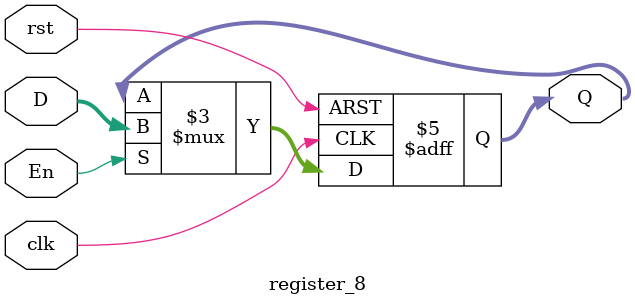
<source format=v>
`timescale 1ns / 1ps


module register_8(
    input [7:0] D,
    input En,
    input rst,
    input clk,
    output reg [7:0] Q
    );
    
    always @(posedge (clk) or posedge (rst)) begin
        if (rst == 1) 
            Q <= {8{1'b0}};
        else if (En)
            Q <= D;
    end
    
endmodule
</source>
